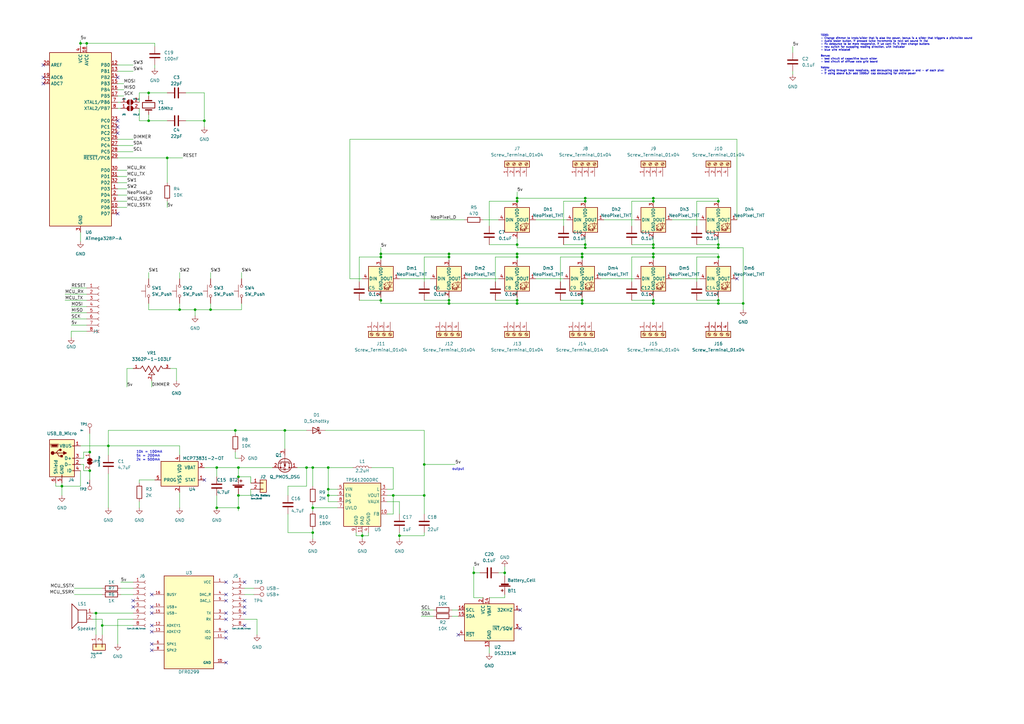
<source format=kicad_sch>
(kicad_sch (version 20250114) (generator "eeschema") (generator_version "9.0")
  (paper "A3")
  (title_block (title "JoeyFrank - Clock Circuit Template") (date "2022-12-23") (rev "4") (company "DCR"))
  (text "10k = 100mA\n5k = 200mA\n2k = 500mA" (at 55.88 189.23 0) (effects (font (size 1 1)) (justify left bottom)))
  (text "TODO: \n- Change dimmer to knob/slider that is also the power, bonus is a slider that triggers a pitchslide sound\n- Audio tester button, if pressed twice increments to next set sound in list\n- fix debounce to be more responsive, if we cant fix it then change buttons\n- new switch for swapping reading direction, with indicator \n- blue wire mistake!\n\nBonus: \n- test circuit of capacitive touch slider\n- test circuit of diffuse colo grid board\n\nNotes:\n- if using through hole neopixels, add decoupling cap between + and - of each pixel\n- if using above 6.3v add 1000uF cap decoupling for entire power" (at 336.55 30.734 0) (effects (font (size 0.75 0.75)) (justify left bottom)))
  (text "output" (at 185.42 193.04 0) (effects (font (size 1 1)) (justify left bottom)))
  (junction (at 33.02 17.78))
  (junction (at 128.27 218.44))
  (junction (at 304.8 124.46))
  (junction (at 184.15 105.41))
  (junction (at 184.15 124.46))
  (junction (at 39.37 251.46))
  (junction (at 41.91 256.54))
  (junction (at 134.62 191.77))
  (junction (at 156.21 104.14))
  (junction (at 156.21 123.19))
  (junction (at 88.9 191.77))
  (junction (at 97.79 208.28))
  (junction (at 25.4 199.39))
  (junction (at 267.97 82.55))
  (junction (at 267.97 123.19))
  (junction (at 240.03 100.33))
  (junction (at 36.83 193.04))
  (junction (at 212.09 81.28))
  (junction (at 194.31 234.95))
  (junction (at 238.76 105.41))
  (junction (at 86.36 127))
  (junction (at 128.27 191.77))
  (junction (at 212.09 82.55))
  (junction (at 267.97 104.14))
  (junction (at 212.09 124.46))
  (junction (at 207.01 234.95))
  (junction (at 88.9 208.28))
  (junction (at 134.62 203.2))
  (junction (at 73.66 127))
  (junction (at 97.79 191.77))
  (junction (at 125.73 191.77))
  (junction (at 240.03 81.28))
  (junction (at 68.58 64.77))
  (junction (at 128.27 208.28))
  (junction (at 240.03 82.55))
  (junction (at 148.59 219.71))
  (junction (at 294.64 101.6))
  (junction (at 36.83 185.42))
  (junction (at 83.82 49.53))
  (junction (at 238.76 124.46))
  (junction (at 294.64 124.46))
  (junction (at 97.79 203.2))
  (junction (at 212.09 105.41))
  (junction (at 173.99 190.5))
  (junction (at 238.76 104.14))
  (junction (at 184.15 104.14))
  (junction (at 97.79 195.58))
  (junction (at 134.62 200.66))
  (junction (at 116.84 176.53))
  (junction (at 294.64 82.55))
  (junction (at 294.64 105.41))
  (junction (at 212.09 104.14))
  (junction (at 96.52 176.53))
  (junction (at 44.45 182.88))
  (junction (at 161.29 203.2))
  (junction (at 60.96 49.53))
  (junction (at 163.83 219.71))
  (junction (at 267.97 81.28))
  (junction (at 173.99 203.2))
  (junction (at 267.97 101.6))
  (junction (at 238.76 123.19))
  (junction (at 80.01 127))
  (junction (at 212.09 123.19))
  (junction (at 35.56 17.78))
  (junction (at 267.97 124.46))
  (junction (at 294.64 100.33))
  (junction (at 267.97 100.33))
  (junction (at 184.15 123.19))
  (junction (at 212.09 100.33))
  (junction (at 60.96 38.1))
  (junction (at 267.97 105.41))
  (junction (at 240.03 101.6))
  (junction (at 156.21 105.41))
  (junction (at 294.64 123.19))
  (no_connect (at 54.61 248.92))
  (no_connect (at 187.96 260.35))
  (no_connect (at 62.23 264.16))
  (no_connect (at 62.23 266.7))
  (no_connect (at 54.61 246.38))
  (no_connect (at 92.71 246.38))
  (no_connect (at 92.71 261.62))
  (no_connect (at 48.26 49.53))
  (no_connect (at 17.78 31.75))
  (no_connect (at 302.26 114.3))
  (no_connect (at 48.26 87.63))
  (no_connect (at 62.23 251.46))
  (no_connect (at 62.23 256.54))
  (no_connect (at 48.26 52.07))
  (no_connect (at 62.23 248.92))
  (no_connect (at 48.26 54.61))
  (no_connect (at 62.23 259.08))
  (no_connect (at 100.33 246.38))
  (no_connect (at 100.33 238.76))
  (no_connect (at 92.71 271.78))
  (no_connect (at 213.36 250.19))
  (no_connect (at 83.82 196.85))
  (no_connect (at 17.78 34.29))
  (no_connect (at 100.33 248.92))
  (no_connect (at 92.71 238.76))
  (no_connect (at 62.23 243.84))
  (no_connect (at 213.36 257.81))
  (no_connect (at 100.33 256.54))
  (no_connect (at 92.71 251.46))
  (no_connect (at 92.71 254))
  (no_connect (at 48.26 31.75))
  (no_connect (at 100.33 251.46))
  (no_connect (at 17.78 26.67))
  (no_connect (at 92.71 259.08))
  (no_connect (at 92.71 243.84))
  (wire (pts (xy 152.4 191.77) (xy 161.29 191.77)))
  (wire (pts (xy 128.27 207.01) (xy 128.27 208.28)))
  (wire (pts (xy 105.41 254) (xy 105.41 260.35)))
  (wire (pts (xy 60.96 49.53) (xy 60.96 46.99)))
  (wire (pts (xy 161.29 203.2) (xy 173.99 203.2)))
  (wire (pts (xy 302.26 57.15) (xy 143.51 57.15)))
  (wire (pts (xy 191.77 114.3) (xy 204.47 114.3)))
  (wire (pts (xy 212.09 97.79) (xy 212.09 100.33)))
  (wire (pts (xy 48.26 85.09) (xy 52.07 85.09)))
  (wire (pts (xy 148.59 219.71) (xy 148.59 220.98)))
  (wire (pts (xy 247.65 90.17) (xy 260.35 90.17)))
  (wire (pts (xy 48.26 77.47) (xy 52.07 77.47)))
  (wire (pts (xy 118.11 203.2) (xy 118.11 199.39)))
  (wire (pts (xy 198.12 90.17) (xy 204.47 90.17)))
  (wire (pts (xy 73.66 127) (xy 80.01 127)))
  (wire (pts (xy 294.64 100.33) (xy 294.64 101.6)))
  (wire (pts (xy 173.99 123.19) (xy 184.15 123.19)))
  (wire (pts (xy 48.26 80.01) (xy 52.07 80.01)))
  (wire (pts (xy 73.66 201.93) (xy 73.66 208.28)))
  (wire (pts (xy 34.29 187.96) (xy 34.29 185.42)))
  (wire (pts (xy 138.43 205.74) (xy 134.62 205.74)))
  (wire (pts (xy 267.97 97.79) (xy 267.97 100.33)))
  (wire (pts (xy 184.15 104.14) (xy 212.09 104.14)))
  (wire (pts (xy 29.21 130.81) (xy 35.56 130.81)))
  (wire (pts (xy 238.76 124.46) (xy 267.97 124.46)))
  (wire (pts (xy 54.61 238.76) (xy 49.53 238.76)))
  (wire (pts (xy 229.87 105.41) (xy 238.76 105.41)))
  (wire (pts (xy 204.47 234.95) (xy 207.01 234.95)))
  (wire (pts (xy 97.79 191.77) (xy 111.76 191.77)))
  (wire (pts (xy 60.96 111.76) (xy 60.96 114.3)))
  (wire (pts (xy 285.75 115.57) (xy 285.75 105.41)))
  (wire (pts (xy 231.14 100.33) (xy 240.03 100.33)))
  (wire (pts (xy 173.99 218.44) (xy 173.99 219.71)))
  (wire (pts (xy 267.97 121.92) (xy 267.97 123.19)))
  (wire (pts (xy 151.13 218.44) (xy 151.13 219.71)))
  (wire (pts (xy 259.08 92.71) (xy 259.08 82.55)))
  (wire (pts (xy 285.75 100.33) (xy 294.64 100.33)))
  (wire (pts (xy 25.4 198.12) (xy 25.4 199.39)))
  (wire (pts (xy 63.5 26.67) (xy 63.5 27.94)))
  (wire (pts (xy 325.12 19.05) (xy 325.12 21.59)))
  (wire (pts (xy 259.08 100.33) (xy 267.97 100.33)))
  (wire (pts (xy 147.32 105.41) (xy 156.21 105.41)))
  (wire (pts (xy 48.26 62.23) (xy 54.61 62.23)))
  (wire (pts (xy 33.02 187.96) (xy 34.29 187.96)))
  (wire (pts (xy 173.99 105.41) (xy 184.15 105.41)))
  (wire (pts (xy 173.99 115.57) (xy 173.99 105.41)))
  (wire (pts (xy 212.09 78.74) (xy 212.09 81.28)))
  (wire (pts (xy 275.59 114.3) (xy 287.02 114.3)))
  (wire (pts (xy 212.09 81.28) (xy 212.09 82.55)))
  (wire (pts (xy 200.66 92.71) (xy 200.66 82.55)))
  (wire (pts (xy 41.91 256.54) (xy 41.91 260.35)))
  (wire (pts (xy 73.66 182.88) (xy 73.66 186.69)))
  (wire (pts (xy 57.15 49.53) (xy 60.96 49.53)))
  (wire (pts (xy 73.66 111.76) (xy 73.66 114.3)))
  (wire (pts (xy 29.21 125.73) (xy 35.56 125.73)))
  (wire (pts (xy 161.29 200.66) (xy 158.75 200.66)))
  (wire (pts (xy 240.03 97.79) (xy 240.03 100.33)))
  (wire (pts (xy 25.4 199.39) (xy 25.4 203.2)))
  (wire (pts (xy 163.83 114.3) (xy 176.53 114.3)))
  (wire (pts (xy 207.01 232.41) (xy 207.01 234.95)))
  (wire (pts (xy 275.59 90.17) (xy 287.02 90.17)))
  (wire (pts (xy 33.02 17.78) (xy 35.56 17.78)))
  (wire (pts (xy 203.2 123.19) (xy 212.09 123.19)))
  (wire (pts (xy 161.29 210.82) (xy 161.29 203.2)))
  (wire (pts (xy 294.64 106.68) (xy 294.64 105.41)))
  (wire (pts (xy 52.07 151.13) (xy 52.07 158.75)))
  (wire (pts (xy 156.21 104.14) (xy 156.21 105.41)))
  (wire (pts (xy 134.62 191.77) (xy 144.78 191.77)))
  (wire (pts (xy 238.76 106.68) (xy 238.76 105.41)))
  (wire (pts (xy 83.82 191.77) (xy 88.9 191.77)))
  (wire (pts (xy 33.02 193.04) (xy 33.02 199.39)))
  (wire (pts (xy 240.03 82.55) (xy 240.03 81.28)))
  (wire (pts (xy 294.64 124.46) (xy 304.8 124.46)))
  (wire (pts (xy 60.96 124.46) (xy 60.96 127)))
  (wire (pts (xy 54.61 241.3) (xy 49.53 241.3)))
  (wire (pts (xy 99.06 124.46) (xy 99.06 127)))
  (wire (pts (xy 102.87 200.66) (xy 102.87 203.2)))
  (wire (pts (xy 194.31 234.95) (xy 196.85 234.95)))
  (wire (pts (xy 294.64 123.19) (xy 294.64 124.46)))
  (wire (pts (xy 267.97 101.6) (xy 294.64 101.6)))
  (wire (pts (xy 116.84 176.53) (xy 125.73 176.53)))
  (wire (pts (xy 33.02 16.51) (xy 33.02 17.78)))
  (wire (pts (xy 48.26 69.85) (xy 52.07 69.85)))
  (wire (pts (xy 30.48 241.3) (xy 41.91 241.3)))
  (wire (pts (xy 173.99 190.5) (xy 173.99 203.2)))
  (wire (pts (xy 54.61 254) (xy 48.26 254)))
  (wire (pts (xy 238.76 105.41) (xy 238.76 104.14)))
  (wire (pts (xy 36.83 193.04) (xy 34.29 193.04)))
  (wire (pts (xy 48.26 74.93) (xy 52.07 74.93)))
  (wire (pts (xy 88.9 203.2) (xy 88.9 208.28)))
  (wire (pts (xy 128.27 208.28) (xy 138.43 208.28)))
  (wire (pts (xy 80.01 127) (xy 86.36 127)))
  (wire (pts (xy 219.71 114.3) (xy 231.14 114.3)))
  (wire (pts (xy 156.21 124.46) (xy 184.15 124.46)))
  (wire (pts (xy 48.26 72.39) (xy 52.07 72.39)))
  (wire (pts (xy 200.66 100.33) (xy 212.09 100.33)))
  (wire (pts (xy 238.76 104.14) (xy 267.97 104.14)))
  (wire (pts (xy 121.92 191.77) (xy 125.73 191.77)))
  (wire (pts (xy 96.52 187.96) (xy 96.52 185.42)))
  (wire (pts (xy 33.02 182.88) (xy 44.45 182.88)))
  (wire (pts (xy 48.26 41.91) (xy 49.53 41.91)))
  (wire (pts (xy 38.1 254) (xy 41.91 254)))
  (wire (pts (xy 97.79 208.28) (xy 88.9 208.28)))
  (wire (pts (xy 96.52 176.53) (xy 44.45 176.53)))
  (wire (pts (xy 33.02 95.25) (xy 33.02 99.06)))
  (wire (pts (xy 173.99 190.5) (xy 186.69 190.5)))
  (wire (pts (xy 184.15 106.68) (xy 184.15 105.41)))
  (wire (pts (xy 184.15 105.41) (xy 184.15 104.14)))
  (wire (pts (xy 39.37 251.46) (xy 39.37 260.35)))
  (wire (pts (xy 97.79 191.77) (xy 88.9 191.77)))
  (wire (pts (xy 267.97 124.46) (xy 294.64 124.46)))
  (wire (pts (xy 41.91 256.54) (xy 54.61 256.54)))
  (wire (pts (xy 39.37 251.46) (xy 54.61 251.46)))
  (wire (pts (xy 41.91 254) (xy 41.91 256.54)))
  (wire (pts (xy 212.09 100.33) (xy 212.09 101.6)))
  (wire (pts (xy 54.61 243.84) (xy 49.53 243.84)))
  (wire (pts (xy 128.27 218.44) (xy 128.27 220.98)))
  (wire (pts (xy 143.51 114.3) (xy 148.59 114.3)))
  (wire (pts (xy 60.96 38.1) (xy 68.58 38.1)))
  (wire (pts (xy 83.82 38.1) (xy 83.82 49.53)))
  (wire (pts (xy 134.62 205.74) (xy 134.62 203.2)))
  (wire (pts (xy 156.21 121.92) (xy 156.21 123.19)))
  (wire (pts (xy 229.87 115.57) (xy 229.87 105.41)))
  (wire (pts (xy 128.27 191.77) (xy 128.27 199.39)))
  (wire (pts (xy 267.97 105.41) (xy 267.97 104.14)))
  (wire (pts (xy 97.79 191.77) (xy 97.79 195.58)))
  (wire (pts (xy 294.64 105.41) (xy 294.64 104.14)))
  (wire (pts (xy 128.27 217.17) (xy 128.27 218.44)))
  (wire (pts (xy 57.15 196.85) (xy 57.15 198.12)))
  (wire (pts (xy 325.12 29.21) (xy 325.12 30.48)))
  (wire (pts (xy 212.09 121.92) (xy 212.09 123.19)))
  (wire (pts (xy 34.29 190.5) (xy 33.02 190.5)))
  (wire (pts (xy 96.52 176.53) (xy 96.52 177.8)))
  (wire (pts (xy 35.56 17.78) (xy 63.5 17.78)))
  (wire (pts (xy 73.66 124.46) (xy 73.66 127)))
  (wire (pts (xy 203.2 105.41) (xy 212.09 105.41)))
  (wire (pts (xy 172.72 250.19) (xy 177.8 250.19)))
  (wire (pts (xy 72.39 151.13) (xy 72.39 156.21)))
  (wire (pts (xy 143.51 57.15) (xy 143.51 114.3)))
  (wire (pts (xy 212.09 123.19) (xy 212.09 124.46)))
  (wire (pts (xy 185.42 252.73) (xy 187.96 252.73)))
  (wire (pts (xy 48.26 44.45) (xy 49.53 44.45)))
  (wire (pts (xy 48.26 36.83) (xy 50.8 36.83)))
  (wire (pts (xy 163.83 219.71) (xy 163.83 220.98)))
  (wire (pts (xy 259.08 105.41) (xy 267.97 105.41)))
  (wire (pts (xy 134.62 203.2) (xy 138.43 203.2)))
  (wire (pts (xy 102.87 203.2) (xy 97.79 203.2)))
  (wire (pts (xy 259.08 82.55) (xy 267.97 82.55)))
  (wire (pts (xy 99.06 111.76) (xy 99.06 114.3)))
  (wire (pts (xy 267.97 123.19) (xy 267.97 124.46)))
  (wire (pts (xy 212.09 105.41) (xy 212.09 106.68)))
  (wire (pts (xy 200.66 82.55) (xy 212.09 82.55)))
  (wire (pts (xy 44.45 182.88) (xy 44.45 186.69)))
  (wire (pts (xy 83.82 49.53) (xy 83.82 52.07)))
  (wire (pts (xy 86.36 111.76) (xy 86.36 114.3)))
  (wire (pts (xy 35.56 19.05) (xy 35.56 17.78)))
  (wire (pts (xy 60.96 39.37) (xy 60.96 38.1)))
  (wire (pts (xy 116.84 184.15) (xy 116.84 176.53)))
  (wire (pts (xy 259.08 115.57) (xy 259.08 105.41)))
  (wire (pts (xy 184.15 123.19) (xy 184.15 124.46)))
  (wire (pts (xy 173.99 203.2) (xy 173.99 210.82)))
  (wire (pts (xy 33.02 17.78) (xy 33.02 19.05)))
  (wire (pts (xy 194.31 234.95) (xy 194.31 245.11)))
  (wire (pts (xy 57.15 41.91) (xy 57.15 38.1)))
  (wire (pts (xy 184.15 121.92) (xy 184.15 123.19)))
  (wire (pts (xy 240.03 101.6) (xy 267.97 101.6)))
  (wire (pts (xy 285.75 92.71) (xy 285.75 82.55)))
  (wire (pts (xy 128.27 191.77) (xy 134.62 191.77)))
  (wire (pts (xy 302.26 90.17) (xy 302.26 57.15)))
  (wire (pts (xy 48.26 82.55) (xy 52.07 82.55)))
  (wire (pts (xy 212.09 104.14) (xy 238.76 104.14)))
  (wire (pts (xy 267.97 81.28) (xy 240.03 81.28)))
  (wire (pts (xy 194.31 232.41) (xy 194.31 234.95)))
  (wire (pts (xy 34.29 193.04) (xy 34.29 190.5)))
  (wire (pts (xy 185.42 250.19) (xy 187.96 250.19)))
  (wire (pts (xy 267.97 100.33) (xy 267.97 101.6)))
  (wire (pts (xy 176.53 90.17) (xy 190.5 90.17)))
  (wire (pts (xy 60.96 49.53) (xy 68.58 49.53)))
  (wire (pts (xy 80.01 127) (xy 80.01 129.54)))
  (wire (pts (xy 44.45 194.31) (xy 44.45 208.28)))
  (wire (pts (xy 240.03 81.28) (xy 212.09 81.28)))
  (wire (pts (xy 163.83 218.44) (xy 163.83 219.71)))
  (wire (pts (xy 44.45 182.88) (xy 73.66 182.88)))
  (wire (pts (xy 156.21 101.6) (xy 156.21 104.14)))
  (wire (pts (xy 29.21 135.89) (xy 29.21 138.43)))
  (wire (pts (xy 125.73 199.39) (xy 125.73 191.77)))
  (wire (pts (xy 294.64 81.28) (xy 267.97 81.28)))
  (wire (pts (xy 240.03 100.33) (xy 240.03 101.6)))
  (wire (pts (xy 158.75 203.2) (xy 161.29 203.2)))
  (wire (pts (xy 134.62 203.2) (xy 134.62 200.66)))
  (wire (pts (xy 184.15 104.14) (xy 156.21 104.14)))
  (wire (pts (xy 36.83 177.8) (xy 36.83 185.42)))
  (wire (pts (xy 184.15 124.46) (xy 212.09 124.46)))
  (wire (pts (xy 285.75 82.55) (xy 294.64 82.55)))
  (wire (pts (xy 238.76 121.92) (xy 238.76 123.19)))
  (wire (pts (xy 212.09 104.14) (xy 212.09 105.41)))
  (wire (pts (xy 36.83 193.04) (xy 36.83 196.85)))
  (wire (pts (xy 48.26 254) (xy 48.26 264.16)))
  (wire (pts (xy 294.64 101.6) (xy 304.8 101.6)))
  (wire (pts (xy 57.15 205.74) (xy 57.15 208.28)))
  (wire (pts (xy 68.58 82.55) (xy 68.58 85.09)))
  (wire (pts (xy 97.79 208.28) (xy 97.79 209.55)))
  (wire (pts (xy 86.36 127) (xy 99.06 127)))
  (wire (pts (xy 69.85 151.13) (xy 72.39 151.13)))
  (wire (pts (xy 44.45 176.53) (xy 44.45 182.88)))
  (wire (pts (xy 48.26 64.77) (xy 68.58 64.77)))
  (wire (pts (xy 86.36 127) (xy 86.36 124.46)))
  (wire (pts (xy 304.8 101.6) (xy 304.8 124.46)))
  (wire (pts (xy 294.64 82.55) (xy 294.64 81.28)))
  (wire (pts (xy 200.66 265.43) (xy 200.66 267.97)))
  (wire (pts (xy 147.32 115.57) (xy 147.32 105.41)))
  (wire (pts (xy 29.21 128.27) (xy 35.56 128.27)))
  (wire (pts (xy 158.75 210.82) (xy 161.29 210.82)))
  (wire (pts (xy 163.83 210.82) (xy 163.83 205.74)))
  (wire (pts (xy 38.1 251.46) (xy 39.37 251.46)))
  (wire (pts (xy 146.05 219.71) (xy 146.05 218.44)))
  (wire (pts (xy 231.14 92.71) (xy 231.14 82.55)))
  (wire (pts (xy 57.15 38.1) (xy 60.96 38.1)))
  (wire (pts (xy 76.2 49.53) (xy 83.82 49.53)))
  (wire (pts (xy 102.87 198.12) (xy 102.87 195.58)))
  (wire (pts (xy 219.71 90.17) (xy 232.41 90.17)))
  (wire (pts (xy 48.26 29.21) (xy 54.61 29.21)))
  (wire (pts (xy 163.83 205.74) (xy 158.75 205.74)))
  (wire (pts (xy 35.56 135.89) (xy 29.21 135.89)))
  (wire (pts (xy 118.11 218.44) (xy 128.27 218.44)))
  (wire (pts (xy 229.87 123.19) (xy 238.76 123.19)))
  (wire (pts (xy 294.64 97.79) (xy 294.64 100.33)))
  (wire (pts (xy 118.11 199.39) (xy 125.73 199.39)))
  (wire (pts (xy 267.97 82.55) (xy 267.97 81.28)))
  (wire (pts (xy 48.26 59.69) (xy 54.61 59.69)))
  (wire (pts (xy 22.86 199.39) (xy 25.4 199.39)))
  (wire (pts (xy 231.14 82.55) (xy 240.03 82.55)))
  (wire (pts (xy 133.35 176.53) (xy 173.99 176.53)))
  (wire (pts (xy 26.67 120.65) (xy 35.56 120.65)))
  (wire (pts (xy 172.72 252.73) (xy 177.8 252.73)))
  (wire (pts (xy 285.75 123.19) (xy 294.64 123.19)))
  (wire (pts (xy 29.21 118.11) (xy 35.56 118.11)))
  (wire (pts (xy 30.48 243.84) (xy 41.91 243.84)))
  (wire (pts (xy 48.26 57.15) (xy 54.61 57.15)))
  (wire (pts (xy 97.79 187.96) (xy 96.52 187.96)))
  (wire (pts (xy 294.64 104.14) (xy 267.97 104.14)))
  (wire (pts (xy 238.76 123.19) (xy 238.76 124.46)))
  (wire (pts (xy 100.33 243.84) (xy 104.14 243.84)))
  (wire (pts (xy 212.09 101.6) (xy 240.03 101.6)))
  (wire (pts (xy 118.11 210.82) (xy 118.11 218.44)))
  (wire (pts (xy 156.21 105.41) (xy 156.21 106.68)))
  (wire (pts (xy 97.79 203.2) (xy 97.79 208.28)))
  (wire (pts (xy 125.73 191.77) (xy 128.27 191.77)))
  (wire (pts (xy 294.64 121.92) (xy 294.64 123.19)))
  (wire (pts (xy 134.62 200.66) (xy 134.62 191.77)))
  (wire (pts (xy 33.02 199.39) (xy 25.4 199.39)))
  (wire (pts (xy 134.62 200.66) (xy 138.43 200.66)))
  (wire (pts (xy 147.32 123.19) (xy 156.21 123.19)))
  (wire (pts (xy 62.23 156.21) (xy 62.23 158.75)))
  (wire (pts (xy 48.26 26.67) (xy 54.61 26.67)))
  (wire (pts (xy 207.01 243.84) (xy 207.01 245.11)))
  (wire (pts (xy 161.29 191.77) (xy 161.29 200.66)))
  (wire (pts (xy 26.67 123.19) (xy 35.56 123.19)))
  (wire (pts (xy 102.87 195.58) (xy 97.79 195.58)))
  (wire (pts (xy 259.08 123.19) (xy 267.97 123.19)))
  (wire (pts (xy 246.38 114.3) (xy 260.35 114.3)))
  (wire (pts (xy 63.5 196.85) (xy 57.15 196.85)))
  (wire (pts (xy 100.33 254) (xy 105.41 254)))
  (wire (pts (xy 285.75 105.41) (xy 294.64 105.41)))
  (wire (pts (xy 173.99 219.71) (xy 163.83 219.71)))
  (wire (pts (xy 203.2 115.57) (xy 203.2 105.41)))
  (wire (pts (xy 57.15 44.45) (xy 57.15 49.53)))
  (wire (pts (xy 148.59 219.71) (xy 146.05 219.71)))
  (wire (pts (xy 207.01 234.95) (xy 207.01 236.22)))
  (wire (pts (xy 88.9 191.77) (xy 88.9 195.58)))
  (wire (pts (xy 304.8 124.46) (xy 304.8 127)))
  (wire (pts (xy 68.58 64.77) (xy 68.58 74.93)))
  (wire (pts (xy 151.13 219.71) (xy 148.59 219.71)))
  (wire (pts (xy 29.21 133.35) (xy 35.56 133.35)))
  (wire (pts (xy 48.26 34.29) (xy 50.8 34.29)))
  (wire (pts (xy 156.21 123.19) (xy 156.21 124.46)))
  (wire (pts (xy 148.59 218.44) (xy 148.59 219.71)))
  (wire (pts (xy 54.61 151.13) (xy 52.07 151.13)))
  (wire (pts (xy 60.96 127) (xy 73.66 127)))
  (wire (pts (xy 173.99 176.53) (xy 173.99 190.5)))
  (wire (pts (xy 207.01 245.11) (xy 200.66 245.11)))
  (wire (pts (xy 63.5 17.78) (xy 63.5 19.05)))
  (wire (pts (xy 198.12 245.11) (xy 194.31 245.11)))
  (wire (pts (xy 267.97 106.68) (xy 267.97 105.41)))
  (wire (pts (xy 212.09 124.46) (xy 238.76 124.46)))
  (wire (pts (xy 116.84 176.53) (xy 96.52 176.53)))
  (wire (pts (xy 100.33 241.3) (xy 104.14 241.3)))
  (wire (pts (xy 68.58 64.77) (xy 74.93 64.77)))
  (wire (pts (xy 76.2 38.1) (xy 83.82 38.1)))
  (wire (pts (xy 22.86 198.12) (xy 22.86 199.39)))
  (wire (pts (xy 128.27 208.28) (xy 128.27 209.55)))
  (wire (pts (xy 34.29 185.42) (xy 36.83 185.42)))
  (wire (pts (xy 48.26 39.37) (xy 50.8 39.37)))
  (label "MCU_SSRX" (at 30.48 243.84 180))
  (label "SW4" (at 54.61 29.21 0))
  (label "MISO" (at 29.21 128.27 0))
  (label "SDA" (at 172.72 252.73 0))
  (label "RESET" (at 29.21 118.11 0))
  (label "MISO" (at 50.8 36.83 0))
  (label "MCU_SSTX" (at 30.48 241.3 180))
  (label "SW2" (at 52.07 77.47 0))
  (label "SCK" (at 29.21 130.81 0))
  (label "SW4" (at 99.06 111.76 0))
  (label "SW3" (at 54.61 26.67 0))
  (label "SCL" (at 54.61 62.23 0))
  (label "MCU_SSTX" (at 52.07 85.09 0))
  (label "5v" (at 33.02 16.51 0))
  (label "MOSI" (at 29.21 125.73 0))
  (label "5v" (at 194.31 232.41 0))
  (label "SW3" (at 86.36 111.76 0))
  (label "MOSI" (at 50.8 34.29 0))
  (label "5v" (at 156.21 101.6 0))
  (label "5v" (at 52.07 158.75 0))
  (label "5v" (at 212.09 78.74 0))
  (label "DIMMER" (at 54.61 57.15 0))
  (label "MCU_TX" (at 52.07 72.39 0))
  (label "RESET" (at 74.93 64.77 0))
  (label "MCU_RX" (at 52.07 69.85 0))
  (label "NeoPixel_D" (at 176.53 90.17 0))
  (label "NeoPixel_D" (at 52.07 80.01 0))
  (label "MCU_TX" (at 26.67 123.19 0))
  (label "5v" (at 325.12 19.05 0))
  (label "SCL" (at 172.72 250.19 0))
  (label "SW2" (at 73.66 111.76 0))
  (label "MCU_SSRX" (at 52.07 82.55 0))
  (label "5v" (at 68.58 85.09 0))
  (label "5v" (at 49.53 238.76 0))
  (label "SW1" (at 60.96 111.76 0))
  (label "5v" (at 186.69 190.5 0))
  (label "SDA" (at 54.61 59.69 0))
  (label "MCU_RX" (at 26.67 120.65 0))
  (label "SCK" (at 50.8 39.37 0))
  (label "DIMMER" (at 62.23 158.75 0))
  (label "SW1" (at 52.07 74.93 0))
  (label "5v" (at 29.21 133.35 0))
  (symbol (lib_id "Switch:SW_Push") (at 86.36 119.38 90) (unit 1)
    (property "Reference" "SW3" (at 87.63 118.1099 90) (effects (justify right)))
    (property "Value" "SW_Push" (at 87.63 120.6499 90) (effects (justify right)))
    (property "Footprint" "Button_Switch_THT:SW_PUSH_6mm_H5mm" (effects (hide yes)))
  )
  (symbol (lib_id "Connector:Screw_Terminal_01x04") (at 237.49 137.16 90) (mirror x) (unit 1)
    (property "Reference" "J14" (at 238.76 140.97 90))
    (property "Value" "Screw_Terminal_01x04" (at 238.76 143.51 90))
    (property "Description" "Generic screw terminal, single row, 01x04, script generated (kicad-library-utils/schlib/autogen/connector/)" (effects (hide yes)))
  )
  (symbol (lib_id "Connector_Generic:Conn_01x02") (at 39.37 265.43 90) (mirror x) (unit 1)
    (property "Reference" "J3" (at 39.37 269.24 90) (effects (justify left)))
    (property "Value" "Conn_01x02" (at 41.91 267.97 90) (effects (font (size 0.5 0.5)) (justify left)))
    (property "Footprint" "TestPoint:TestPoint_2Pads_Pitch2.54mm_Drill0.8mm" (effects (hide yes)))
  )
  (symbol (lib_id "Connector:TestPoint") (at 36.83 177.8 0) (unit 1)
    (property "Reference" "TP1" (at 33.02 173.99 0) (effects (font (size 1 1)) (justify left)))
    (property "Value" "D+" (at 33.02 176.53 0) (effects (font (size 0.5 0.5)) (justify left)))
    (property "Footprint" "TestPoint:TestPoint_THTPad_2.5x2.5mm_Drill1.2mm" (effects (hide yes)))
  )
  (symbol (lib_id "Connector:Screw_Terminal_01x04") (at 266.7 67.31 90) (unit 1)
    (property "Reference" "J9" (at 267.97 60.96 90))
    (property "Value" "Screw_Terminal_01x04" (at 267.97 63.5 90))
    (property "Description" "Generic screw terminal, single row, 01x04, script generated (kicad-library-utils/schlib/autogen/connector/)" (effects (hide yes)))
  )
  (symbol (lib_id "Device:R") (at 128.27 203.2 0) (unit 1)
    (property "Reference" "R9" (at 130.81 201.9299 0) (effects (justify left)))
    (property "Value" "2M" (at 130.81 204.4699 0) (effects (justify left)))
    (property "Footprint" "Resistor_SMD:R_0805_2012Metric" (effects (hide yes)))
  )
  (symbol (lib_id "Connector:USB_B_Micro") (at 25.4 187.96 0) (unit 1)
    (property "Reference" "J4" (at 29.21 196.85 0))
    (property "Value" "USB_B_Micro" (at 25.4 177.8 0))
    (property "Footprint" "Connector_USB:USB_Micro-B_Molex-105017-0001" (effects (hide yes)))
  )
  (symbol (lib_id "Battery_Management:MCP73831-2-OT") (at 73.66 194.31 0) (unit 1)
    (property "Reference" "U4" (at 77.47 200.66 0) (effects (justify left)))
    (property "Value" "MCP73831-2-OT" (at 74.93 187.96 0) (effects (justify left)))
    (property "Footprint" "Package_TO_SOT_SMD:SOT-23-5" (effects (hide yes)))
    (property "Datasheet" "http://ww1.microchip.com/downloads/en/DeviceDoc/20001984g.pdf" (effects (hide yes)))
  )
  (symbol (lib_id "Device:C") (at 285.75 119.38 0) (unit 1)
    (property "Reference" "C14" (at 289.56 118.1099 0) (effects (justify left)))
    (property "Value" "0.1uF" (at 289.56 120.6499 0) (effects (justify left)))
    (property "Footprint" "Capacitor_SMD:C_0805_2012Metric" (effects (hide yes)))
  )
  (symbol (lib_id "3362P:3362P-1-103LF") (at 62.23 151.13 0) (unit 1)
    (property "Reference" "VR1" (at 62.23 144.78 0))
    (property "Value" "3362P-1-103LF" (at 62.23 147.32 0))
    (property "Footprint" "_Parts:TRIM_3362P-1-103LF" (effects (hide yes)))
    (property "MF" "Bourns" (effects (hide yes)))
    (property "DESCRIPTION" "10 kOhms 0.5W, 1/2W PC Pins Through Hole Trimmer Potentiometer Cermet 1.0 Turn Top Adjustment" (effects (hide yes)))
    (property "PACKAGE" "3362P-1 Bourns Inc." (effects (hide yes)))
    (property "PRICE" "None" (effects (hide yes)))
    (property "Package" "3362P-1 Bourns Inc." (effects (hide yes)))
    (property "Check_prices" "https://www.snapeda.com/parts/3362P-1-103LF/Bourns/view-part/?ref=eda" (effects (hide yes)))
    (property "SnapEDA_Link" "https://www.snapeda.com/parts/3362P-1-103LF/Bourns/view-part/?ref=snap" (effects (hide yes)))
    (property "MP" "3362P-1-103LF" (effects (hide yes)))
    (property "RS_Components_70153603_Purchase_URL" "https://www.snapeda.com/api/url_track_click/https%253A//us.rs-online.com/product/bourns/3362p-1-103lf/70153603/%253Futm_source%253DSnapEDA%2526utm_medium%253Dpart_sourcing%2526utm_campaign%253Dpartsourcing_SnapEDA_IMP_EX_GR/?unipart_id=13764&manufacturer=Bourns&part_name=3362P-1-103LF&search_term=3362p-1-103" (effects (hide yes)))
    (property "Description" "\nTrimmer, Cermet, Rest 10 Kilohms, PCB, 1 Turns, Pwr-Rtg 0.5 W, Tol 10% | Bourns 3362P-1-103LF\n" (effects (hide yes)))
    (property "AVAILABILITY" "In Stock" (effects (hide yes)))
    (property "PURCHASE-URL" "https://pricing.snapeda.com/search/part/3362P-1-103LF/?ref=eda" (effects (hide yes)))
  )
  (symbol (lib_id "LED:NeoPixel_THT") (at 184.15 114.3 0) (unit 1)
    (property "Reference" "Dm2" (at 196.85 109.9693 0))
    (property "Value" "NeoPixel_THT" (at 196.85 112.5093 0))
    (property "Footprint" "LED_THT:LED_D5.0mm-4_RGB" (effects (hide yes)))
    (property "Datasheet" "https://www.adafruit.com/product/1938" (effects (hide yes)))
  )
  (symbol (lib_id "Device:R") (at 45.72 243.84 270) (mirror x) (unit 1)
    (property "Reference" "R6" (at 45.72 243.84 90))
    (property "Value" "1K" (at 45.72 246.38 90))
    (property "Footprint" "Resistor_SMD:R_0805_2012Metric" (effects (hide yes)))
  )
  (symbol (lib_id "power:GND") (at 97.79 187.96 90) (unit 1)
    (property "Reference" "#PWR016" (effects (hide yes)))
    (property "Value" "GND" (at 101.6 187.9599 90) (effects (justify right)))
  )
  (symbol (lib_id "Device:C") (at 285.75 96.52 0) (unit 1)
    (property "Reference" "C13" (at 289.56 95.2499 0) (effects (justify left)))
    (property "Value" "0.1uF" (at 289.56 97.7899 0) (effects (justify left)))
    (property "Footprint" "Capacitor_SMD:C_0805_2012Metric" (effects (hide yes)))
  )
  (symbol (lib_id "power:GND") (at 163.83 220.98 0) (unit 1)
    (property "Reference" "#PWR019" (effects (hide yes)))
    (property "Value" "GND" (at 163.83 226.06 0))
  )
  (symbol (lib_id "Switch:SW_Push") (at 73.66 119.38 90) (unit 1)
    (property "Reference" "SW2" (at 74.93 118.1099 90) (effects (justify right)))
    (property "Value" "SW_Push" (at 74.93 120.6499 90) (effects (justify right)))
    (property "Footprint" "Button_Switch_THT:SW_PUSH_6mm_H5mm" (effects (hide yes)))
  )
  (symbol (lib_id "Device:R") (at 181.61 250.19 90) (unit 1)
    (property "Reference" "R1" (at 181.61 245.11 90))
    (property "Value" "10K" (at 181.61 247.65 90))
    (property "Footprint" "Resistor_SMD:R_0805_2012Metric" (effects (hide yes)))
  )
  (symbol (lib_id "power:GND") (at 88.9 208.28 0) (unit 1)
    (property "Reference" "#PWR015" (effects (hide yes)))
    (property "Value" "GND" (at 88.9 213.36 0))
  )
  (symbol (lib_id "Device:C") (at 231.14 96.52 0) (unit 1)
    (property "Reference" "C10" (at 234.95 95.2499 0) (effects (justify left)))
    (property "Value" "0.1uF" (at 234.95 97.7899 0) (effects (justify left)))
    (property "Footprint" "Capacitor_SMD:C_0805_2012Metric" (effects (hide yes)))
  )
  (symbol (lib_id "LED:NeoPixel_THT") (at 156.21 114.3 0) (unit 1)
    (property "Reference" "Dm1" (at 168.91 109.9693 0))
    (property "Value" "NeoPixel_THT" (at 168.91 112.5093 0))
    (property "Footprint" "LED_THT:LED_D5.0mm-4_RGB" (effects (hide yes)))
    (property "Datasheet" "https://www.adafruit.com/product/1938" (effects (hide yes)))
  )
  (symbol (lib_id "LED:NeoPixel_THT") (at 267.97 90.17 0) (unit 1)
    (property "Reference" "Dh3" (at 280.67 85.8393 0))
    (property "Value" "NeoPixel_THT" (at 280.67 88.3793 0))
    (property "Footprint" "LED_THT:LED_D5.0mm-4_RGB" (effects (hide yes)))
    (property "Datasheet" "https://www.adafruit.com/product/1938" (effects (hide yes)))
  )
  (symbol (lib_id "Connector:Screw_Terminal_01x04") (at 266.7 137.16 90) (mirror x) (unit 1)
    (property "Reference" "J15" (at 267.97 140.97 90))
    (property "Value" "Screw_Terminal_01x04" (at 267.97 143.51 90))
    (property "Description" "Generic screw terminal, single row, 01x04, script generated (kicad-library-utils/schlib/autogen/connector/)" (effects (hide yes)))
  )
  (symbol (lib_id "Connector_Generic:Conn_01x02") (at 107.95 198.12 0) (unit 1)
    (property "Reference" "J2" (at 106.68 195.58 0) (effects (justify left)))
    (property "Value" "Conn_01x02" (at 102.87 204.47 0) (effects (font (size 0.5 0.5)) (justify left)))
    (property "Footprint" "Connector_JST:JST_PH_S2B-PH-K_1x02_P2.00mm_Horizontal" (effects (hide yes)))
  )
  (symbol (lib_id "Device:C") (at 200.66 96.52 0) (unit 1)
    (property "Reference" "C7" (at 204.47 95.2499 0) (effects (justify left)))
    (property "Value" "0.1uF" (at 204.47 97.7899 0) (effects (justify left)))
    (property "Footprint" "Capacitor_SMD:C_0805_2012Metric" (effects (hide yes)))
  )
  (symbol (lib_id "Connector:Conn_01x08_Female") (at 59.69 246.38 0) (unit 1)
    (property "Reference" "J6" (at 57.15 236.22 0) (effects (justify left)))
    (property "Value" "Conn_01x08_Female" (at 52.07 257.81 0) (effects (font (size 0.5 0.5)) (justify left)))
    (property "Footprint" "Connector_PinHeader_2.54mm:PinHeader_1x08_P2.54mm_Vertical" (effects (hide yes)))
  )
  (symbol (lib_id "Device:R") (at 45.72 241.3 270) (mirror x) (unit 1)
    (property "Reference" "R7" (at 45.72 241.3 90))
    (property "Value" "1K" (at 45.72 238.76 90))
    (property "Footprint" "Resistor_SMD:R_0805_2012Metric" (effects (hide yes)))
  )
  (symbol (lib_id "Jumper:SolderJumper_2_Bridged") (at 36.83 189.23 270) (unit 1)
    (property "Reference" "JP1" (at 39.37 189.23 90) (effects (font (size 1 1))))
    (property "Value" "Data_Bridge" (at 40.64 189.23 0) (effects (font (size 0.5 0.5))))
    (property "Footprint" "Jumper:SolderJumper-2_P1.3mm_Bridged_Pad1.0x1.5mm" (effects (hide yes)))
  )
  (symbol (lib_id "Switch:SW_Push") (at 60.96 119.38 90) (unit 1)
    (property "Reference" "SW1" (at 62.23 118.1099 90) (effects (justify right)))
    (property "Value" "SW_Push" (at 62.23 120.6499 90) (effects (justify right)))
    (property "Footprint" "Button_Switch_THT:SW_PUSH_6mm_H5mm" (effects (hide yes)))
  )
  (symbol (lib_id "Device:C") (at 325.12 25.4 0) (unit 1)
    (property "Reference" "C2" (at 328.93 24.1299 0) (effects (justify left)))
    (property "Value" "0.1uF" (at 328.93 26.6699 0) (effects (justify left)))
    (property "Footprint" "Capacitor_SMD:C_0805_2012Metric" (effects (hide yes)))
  )
  (symbol (lib_id "power:GND") (at 25.4 203.2 0) (unit 1)
    (property "Reference" "#PWR012" (effects (hide yes)))
    (property "Value" "GND" (at 25.4 208.28 0))
  )
  (symbol (lib_id "Connector:Screw_Terminal_01x04") (at 293.37 137.16 90) (mirror x) (unit 1)
    (property "Reference" "J16" (at 294.64 140.97 90))
    (property "Value" "Screw_Terminal_01x04" (at 294.64 143.51 90))
    (property "Description" "Generic screw terminal, single row, 01x04, script generated (kicad-library-utils/schlib/autogen/connector/)" (effects (hide yes)))
  )
  (symbol (lib_id "Connector:Screw_Terminal_01x04") (at 238.76 67.31 90) (unit 1)
    (property "Reference" "J8" (at 240.03 60.96 90))
    (property "Value" "Screw_Terminal_01x04" (at 240.03 63.5 90))
    (property "Description" "Generic screw terminal, single row, 01x04, script generated (kicad-library-utils/schlib/autogen/connector/)" (effects (hide yes)))
  )
  (symbol (lib_id "Connector:Screw_Terminal_01x04") (at 293.37 67.31 90) (unit 1)
    (property "Reference" "J10" (at 294.64 60.96 90))
    (property "Value" "Screw_Terminal_01x04" (at 294.64 63.5 90))
    (property "Description" "Generic screw terminal, single row, 01x04, script generated (kicad-library-utils/schlib/autogen/connector/)" (effects (hide yes)))
  )
  (symbol (lib_id "Device:R") (at 181.61 252.73 90) (unit 1)
    (property "Reference" "R2" (at 181.61 255.27 90))
    (property "Value" "10K" (at 181.61 257.81 90))
    (property "Footprint" "Resistor_SMD:R_0805_2012Metric" (effects (hide yes)))
  )
  (symbol (lib_id "Device:C") (at 203.2 119.38 0) (unit 1)
    (property "Reference" "C8" (at 207.01 118.1099 0) (effects (justify left)))
    (property "Value" "0.1uF" (at 207.01 120.6499 0) (effects (justify left)))
    (property "Footprint" "Capacitor_SMD:C_0805_2012Metric" (effects (hide yes)))
  )
  (symbol (lib_id "Connector:Conn_01x08_Female") (at 95.25 246.38 0) (mirror y) (unit 1)
    (property "Reference" "J5" (at 97.79 236.22 0) (effects (justify left)))
    (property "Value" "Conn_01x08_Female" (at 102.87 257.81 0) (effects (font (size 0.5 0.5)) (justify left)))
    (property "Footprint" "Connector_PinHeader_2.54mm:PinHeader_1x08_P2.54mm_Vertical" (effects (hide yes)))
  )
  (symbol (lib_id "Device:C") (at 147.32 119.38 0) (unit 1)
    (property "Reference" "C5" (at 151.13 118.1099 0) (effects (justify left)))
    (property "Value" "0.1uF" (at 151.13 120.6499 0) (effects (justify left)))
    (property "Footprint" "Capacitor_SMD:C_0805_2012Metric" (effects (hide yes)))
  )
  (symbol (lib_id "Connector:Screw_Terminal_01x04") (at 182.88 137.16 90) (mirror x) (unit 1)
    (property "Reference" "J12" (at 184.15 140.97 90))
    (property "Value" "Screw_Terminal_01x04" (at 184.15 143.51 90))
    (property "Description" "Generic screw terminal, single row, 01x04, script generated (kicad-library-utils/schlib/autogen/connector/)" (effects (hide yes)))
  )
  (symbol (lib_id "power:GND") (at 29.21 138.43 0) (unit 1)
    (property "Reference" "#PWR05" (effects (hide yes)))
    (property "Value" "GND" (at 29.21 142.24 0))
  )
  (symbol (lib_id "Device:L") (at 148.59 191.77 90) (unit 1)
    (property "Reference" "L1" (at 148.59 189.23 90))
    (property "Value" "2.2uH" (at 148.59 193.04 90))
    (property "Footprint" "Inductor_SMD:L_0603_1608Metric" (effects (hide yes)))
  )
  (symbol (lib_id "power:GND") (at 304.8 127 0) (unit 1)
    (property "Reference" "#PWR011" (effects (hide yes)))
    (property "Value" "GND" (at 304.8 132.08 0))
  )
  (symbol (lib_id "MCU_Microchip_ATmega:ATmega328P-A") (at 33.02 57.15 0) (unit 1)
    (property "Reference" "U6" (at 35.0394 95.25 0) (effects (justify left)))
    (property "Value" "ATmega328P-A" (at 35.0394 97.79 0) (effects (justify left)))
    (property "Footprint" "Package_QFP:TQFP-32_7x7mm_P0.8mm" (effects (hide yes)))
    (property "Datasheet" "http://ww1.microchip.com/downloads/en/DeviceDoc/ATmega328_P%20AVR%20MCU%20with%20picoPower%20Technology%20Data%20Sheet%2040001984A.pdf" (effects (hide yes)))
  )
  (symbol (lib_id "Device:C") (at 229.87 119.38 0) (unit 1)
    (property "Reference" "C9" (at 233.68 118.1099 0) (effects (justify left)))
    (property "Value" "0.1uF" (at 233.68 120.6499 0) (effects (justify left)))
    (property "Footprint" "Capacitor_SMD:C_0805_2012Metric" (effects (hide yes)))
  )
  (symbol (lib_id "Connector:TestPoint") (at 36.83 196.85 180) (unit 1)
    (property "Reference" "TP2" (at 35.56 200.66 0) (effects (font (size 1 1)) (justify left)))
    (property "Value" "D-" (at 36.83 198.12 0) (effects (font (size 0.5 0.5)) (justify left)))
    (property "Footprint" "TestPoint:TestPoint_THTPad_2.5x2.5mm_Drill1.2mm" (effects (hide yes)))
  )
  (symbol (lib_id "Connector:TestPoint") (at 104.14 241.3 270) (unit 1)
    (property "Reference" "TP3" (at 104.14 238.76 90) (effects (justify left)))
    (property "Value" "USB-" (at 109.22 241.3 90) (effects (justify left)))
    (property "Footprint" "TestPoint:TestPoint_THTPad_2.5x2.5mm_Drill1.2mm" (effects (hide yes)))
  )
  (symbol (lib_id "DFR0299:DFR0299") (at 77.47 254 0) (unit 1) (on_board no)
    (property "Reference" "U3" (at 77.47 234.95 0))
    (property "Value" "DFR0299" (at 77.47 275.59 0))
    (property "Footprint" "Arduino_Nano:DFPlayer_V2" (effects (hide yes)))
    (property "MP" "DFR0299" (effects (hide yes)))
    (property "DESCRIPTION" "Dfplayer - a Mini Mp3 Player" (effects (hide yes)))
    (property "PACKAGE" "None" (effects (hide yes)))
    (property "PRICE" "None" (effects (hide yes)))
    (property "AVAILABILITY" "Unavailable" (effects (hide yes)))
    (property "MF" "DFRobot" (effects (hide yes)))
  )
  (symbol (lib_id "Device:C") (at 63.5 22.86 180) (unit 1)
    (property "Reference" "C19" (at 67.31 21.5899 0) (effects (justify right)))
    (property "Value" "100nF" (at 67.31 24.1299 0) (effects (justify right)))
    (property "Footprint" "Capacitor_SMD:C_0805_2012Metric" (effects (hide yes)))
  )
  (symbol (lib_id "LED:NeoPixel_THT") (at 212.09 90.17 0) (unit 1)
    (property "Reference" "Dh1" (at 224.79 85.8393 0))
    (property "Value" "NeoPixel_THT" (at 224.79 88.3793 0))
    (property "Footprint" "LED_THT:LED_D5.0mm-4_RGB" (effects (hide yes)))
    (property "Datasheet" "https://www.adafruit.com/product/1938" (effects (hide yes)))
  )
  (symbol (lib_id "Device:D_Schottky") (at 129.54 176.53 180) (unit 1)
    (property "Reference" "D1" (at 129.8575 170.18 0))
    (property "Value" "D_Schottky" (at 129.8575 172.72 0))
    (property "Footprint" "Diode_SMD:D_SMA" (effects (hide yes)))
  )
  (symbol (lib_id "LED:NeoPixel_THT") (at 294.64 90.17 0) (unit 1)
    (property "Reference" "Dh4" (at 307.34 85.8393 0))
    (property "Value" "NeoPixel_THT" (at 307.34 88.3793 0))
    (property "Footprint" "LED_THT:LED_D5.0mm-4_RGB" (effects (hide yes)))
    (property "Datasheet" "https://www.adafruit.com/product/1938" (effects (hide yes)))
  )
  (symbol (lib_id "Device:Speaker") (at 33.02 251.46 0) (mirror y) (unit 1) (on_board no)
    (property "Reference" "LS1" (at 35.56 247.65 0) (effects (justify left)))
    (property "Value" "Speaker" (at 39.37 257.81 0) (effects (justify left)))
  )
  (symbol (lib_id "power:GND") (at 207.01 232.41 180) (unit 1)
    (property "Reference" "#PWR04" (effects (hide yes)))
    (property "Value" "GND" (at 207.01 228.6 0))
  )
  (symbol (lib_id "Connector:Conn_01x08_Female") (at 40.64 125.73 0) (unit 1)
    (property "Reference" "J1" (at 38.1 135.89 0) (effects (justify left)))
    (property "Value" "Conn_01x08_Female" (effects (hide yes)))
    (property "Footprint" "Connector_PinHeader_2.54mm:PinHeader_1x08_P2.54mm_Vertical" (effects (hide yes)))
  )
  (symbol (lib_id "Device:R") (at 96.52 181.61 0) (unit 1)
    (property "Reference" "R8" (at 99.06 180.3399 0) (effects (justify left)))
    (property "Value" "10K" (at 99.06 182.8799 0) (effects (justify left)))
    (property "Footprint" "Resistor_SMD:R_0805_2012Metric" (effects (hide yes)))
  )
  (symbol (lib_id "LED:NeoPixel_THT") (at 267.97 114.3 0) (unit 1)
    (property "Reference" "Dm5" (at 280.67 109.9693 0))
    (property "Value" "NeoPixel_THT" (at 280.67 112.5093 0))
    (property "Footprint" "LED_THT:LED_D5.0mm-4_RGB" (effects (hide yes)))
    (property "Datasheet" "https://www.adafruit.com/product/1938" (effects (hide yes)))
  )
  (symbol (lib_id "Connector:TestPoint") (at 104.14 243.84 270) (unit 1)
    (property "Reference" "TP4" (at 104.14 246.38 90) (effects (justify left)))
    (property "Value" "USB+" (at 109.22 243.84 90) (effects (justify left)))
    (property "Footprint" "TestPoint:TestPoint_THTPad_2.5x2.5mm_Drill1.2mm" (effects (hide yes)))
  )
  (symbol (lib_id "Device:C") (at 72.39 38.1 90) (unit 1)
    (property "Reference" "C3" (at 72.39 31.75 90))
    (property "Value" "22pF" (at 72.39 34.29 90))
    (property "Footprint" "Capacitor_SMD:C_0805_2012Metric" (effects (hide yes)))
  )
  (symbol (lib_id "power:GND") (at 148.59 220.98 0) (unit 1)
    (property "Reference" "#PWR018" (effects (hide yes)))
    (property "Value" "GND" (at 148.59 226.06 0))
  )
  (symbol (lib_id "Device:C") (at 72.39 49.53 90) (unit 1)
    (property "Reference" "C4" (at 72.39 53.34 90))
    (property "Value" "22pF" (at 72.39 55.88 90))
    (property "Footprint" "Capacitor_SMD:C_0805_2012Metric" (effects (hide yes)))
  )
  (symbol (lib_id "power:GND") (at 33.02 99.06 0) (unit 1)
    (property "Reference" "#PWR03" (effects (hide yes)))
    (property "Value" "GND" (at 33.02 104.14 0))
  )
  (symbol (lib_id "Device:C") (at 88.9 199.39 0) (unit 1)
    (property "Reference" "C15" (at 88.9 196.85 0) (effects (justify left)))
    (property "Value" "4.7uF" (at 88.9 201.93 0) (effects (justify left)))
    (property "Footprint" "Capacitor_SMD:C_0805_2012Metric" (effects (hide yes)))
  )
  (symbol (lib_id "LED:NeoPixel_THT") (at 240.03 90.17 0) (unit 1)
    (property "Reference" "Dh2" (at 252.73 85.8393 0))
    (property "Value" "NeoPixel_THT" (at 252.73 88.3793 0))
    (property "Footprint" "LED_THT:LED_D5.0mm-4_RGB" (effects (hide yes)))
    (property "Datasheet" "https://www.adafruit.com/product/1938" (effects (hide yes)))
  )
  (symbol (lib_id "Device:R") (at 57.15 201.93 0) (unit 1)
    (property "Reference" "R3" (at 59.69 200.6599 0) (effects (justify left)))
    (property "Value" "2K" (at 59.69 203.1999 0) (effects (justify left)))
    (property "Footprint" "Resistor_SMD:R_0805_2012Metric" (effects (hide yes)))
  )
  (symbol (lib_id "Device:C") (at 259.08 119.38 0) (unit 1)
    (property "Reference" "C12" (at 262.89 118.1099 0) (effects (justify left)))
    (property "Value" "0.1uF" (at 262.89 120.6499 0) (effects (justify left)))
    (property "Footprint" "Capacitor_SMD:C_0805_2012Metric" (effects (hide yes)))
  )
  (symbol (lib_id "Device:C") (at 44.45 190.5 0) (unit 1)
    (property "Reference" "C1" (at 48.26 189.2299 0) (effects (justify left)))
    (property "Value" "4.7uF" (at 48.26 191.7699 0) (effects (justify left)))
    (property "Footprint" "Capacitor_SMD:C_0805_2012Metric" (effects (hide yes)))
  )
  (symbol (lib_id "power:GND") (at 73.66 208.28 0) (unit 1)
    (property "Reference" "#PWR014" (effects (hide yes)))
    (property "Value" "GND" (at 73.66 213.36 0))
  )
  (symbol (lib_id "Device:C") (at 173.99 119.38 0) (unit 1)
    (property "Reference" "C6" (at 177.8 118.1099 0) (effects (justify left)))
    (property "Value" "0.1uF" (at 177.8 120.6499 0) (effects (justify left)))
    (property "Footprint" "Capacitor_SMD:C_0805_2012Metric" (effects (hide yes)))
  )
  (symbol (lib_id "Jumper:SolderJumper_2_Open") (at 53.34 41.91 0) (unit 1)
    (property "Reference" "JP2" (at 50.8 40.64 0) (effects (font (size 0.5 0.5))))
    (property "Value" "XTAL_1" (at 55.88 40.64 0) (effects (font (size 0.5 0.5))))
    (property "Footprint" "Jumper:SolderJumper-2_P1.3mm_Open_Pad1.0x1.5mm" (effects (hide yes)))
  )
  (symbol (lib_id "LED:NeoPixel_THT") (at 294.64 114.3 0) (unit 1)
    (property "Reference" "Dm6" (at 307.34 109.9693 0))
    (property "Value" "NeoPixel_THT" (at 307.34 112.5093 0))
    (property "Footprint" "LED_THT:LED_D5.0mm-4_RGB" (effects (hide yes)))
    (property "Datasheet" "https://www.adafruit.com/product/1938" (effects (hide yes)))
  )
  (symbol (lib_id "Device:Crystal") (at 60.96 43.18 90) (unit 1)
    (property "Reference" "Y1" (at 64.77 41.9099 90) (effects (justify right)))
    (property "Value" "16Mhz" (at 64.77 44.4499 90) (effects (justify right)))
    (property "Footprint" "Crystal:Crystal_SMD_HC49-SD" (effects (hide yes)))
  )
  (symbol (lib_id "power:GND") (at 48.26 264.16 0) (unit 1)
    (property "Reference" "#PWR09" (effects (hide yes)))
    (property "Value" "GND" (at 48.26 269.24 0))
  )
  (symbol (lib_id "Connector:Screw_Terminal_01x04") (at 210.82 67.31 90) (unit 1)
    (property "Reference" "J7" (at 212.09 60.96 90))
    (property "Value" "Screw_Terminal_01x04" (at 212.09 63.5 90))
    (property "Description" "Generic screw terminal, single row, 01x04, script generated (kicad-library-utils/schlib/autogen/connector/)" (effects (hide yes)))
  )
  (symbol (lib_id "Device:R") (at 128.27 213.36 0) (unit 1)
    (property "Reference" "R10" (at 130.81 212.0899 0) (effects (justify left)))
    (property "Value" "180K" (at 130.81 214.6299 0) (effects (justify left)))
    (property "Footprint" "Resistor_SMD:R_0805_2012Metric" (effects (hide yes)))
  )
  (symbol (lib_id "power:GND") (at 200.66 267.97 0) (unit 1)
    (property "Reference" "#PWR06" (effects (hide yes)))
    (property "Value" "GND" (at 200.66 273.05 0))
  )
  (symbol (lib_id "power:GND") (at 105.41 260.35 0) (unit 1)
    (property "Reference" "#PWR0101" (effects (hide yes)))
    (property "Value" "GND" (at 105.41 265.43 0))
  )
  (symbol (lib_id "power:GND") (at 57.15 208.28 0) (unit 1)
    (property "Reference" "#PWR013" (effects (hide yes)))
    (property "Value" "GND" (at 57.15 213.36 0))
  )
  (symbol (lib_id "Connector:Screw_Terminal_01x04") (at 210.82 137.16 90) (mirror x) (unit 1)
    (property "Reference" "J13" (at 212.09 140.97 90))
    (property "Value" "Screw_Terminal_01x04" (at 212.09 143.51 90))
    (property "Description" "Generic screw terminal, single row, 01x04, script generated (kicad-library-utils/schlib/autogen/connector/)" (effects (hide yes)))
  )
  (symbol (lib_id "Device:Q_PMOS_DSG") (at 116.84 189.23 270) (unit 1)
    (property "Reference" "Q1" (at 114.3 186.69 90))
    (property "Value" "Q_PMOS_DSG" (at 116.84 195.58 90))
    (property "Footprint" "Package_TO_SOT_SMD:SOT-23" (effects (hide yes)))
  )
  (symbol (lib_id "Regulator_Switching:TPS61200DRC") (at 148.59 205.74 0) (unit 1)
    (property "Reference" "U5" (at 154.94 217.17 0))
    (property "Value" "TPS61200DRC" (at 148.59 196.85 0))
    (property "Footprint" "Package_SON:Texas_S-PVSON-N10_ThermalVias" (effects (hide yes)))
    (property "Datasheet" "http://www.ti.com/lit/ds/symlink/tps61200.pdf" (effects (hide yes)))
  )
  (symbol (lib_id "power:GND") (at 63.5 27.94 0) (unit 1)
    (property "Reference" "#PWR010" (effects (hide yes)))
    (property "Value" "GND" (at 63.5 33.02 0))
  )
  (symbol (lib_id "Device:C") (at 163.83 214.63 0) (unit 1)
    (property "Reference" "C17" (at 165.1 212.09 0) (effects (justify left)))
    (property "Value" "1uF" (at 165.1 217.17 0) (effects (justify left)))
    (property "Footprint" "Capacitor_SMD:C_0805_2012Metric" (effects (hide yes)))
  )
  (symbol (lib_id "Device:C") (at 173.99 214.63 0) (unit 1)
    (property "Reference" "C18" (at 175.26 212.09 0) (effects (justify left)))
    (property "Value" "22uF" (at 175.26 217.17 0) (effects (justify left)))
    (property "Footprint" "Capacitor_SMD:C_0805_2012Metric" (effects (hide yes)))
  )
  (symbol (lib_id "power:GND") (at 128.27 220.98 0) (unit 1)
    (property "Reference" "#PWR017" (effects (hide yes)))
    (property "Value" "GND" (at 128.27 226.06 0))
  )
  (symbol (lib_id "LED:NeoPixel_THT") (at 212.09 114.3 0) (unit 1)
    (property "Reference" "Dm3" (at 224.79 109.9693 0))
    (property "Value" "NeoPixel_THT" (at 224.79 112.5093 0))
    (property "Footprint" "LED_THT:LED_D5.0mm-4_RGB" (effects (hide yes)))
    (property "Datasheet" "https://www.adafruit.com/product/1938" (effects (hide yes)))
  )
  (symbol (lib_id "Device:C") (at 200.66 234.95 270) (unit 1)
    (property "Reference" "C20" (at 200.66 227.33 90))
    (property "Value" "0.1uF" (at 200.66 229.87 90))
    (property "Footprint" "Capacitor_SMD:C_0805_2012Metric" (effects (hide yes)))
  )
  (symbol (lib_id "power:GND") (at 80.01 129.54 0) (unit 1)
    (property "Reference" "#PWR08" (effects (hide yes)))
    (property "Value" "GND" (at 80.01 134.62 0))
  )
  (symbol (lib_id "Timer_RTC:DS3231M") (at 200.66 255.27 0) (unit 1)
    (property "Reference" "U2" (at 202.6794 265.43 0) (effects (justify left)))
    (property "Value" "DS3231M" (at 202.6794 267.97 0) (effects (justify left)))
    (property "Footprint" "Package_SO:SOIC-16W_7.5x10.3mm_P1.27mm" (effects (hide yes)))
    (property "Datasheet" "http://datasheets.maximintegrated.com/en/ds/DS3231.pdf" (effects (hide yes)))
  )
  (symbol (lib_id "power:GND") (at 83.82 52.07 0) (unit 1)
    (property "Reference" "#PWR07" (effects (hide yes)))
    (property "Value" "GND" (at 83.82 57.15 0))
  )
  (symbol (lib_id "Switch:SW_Push") (at 99.06 119.38 90) (unit 1)
    (property "Reference" "SW4" (at 100.33 118.1099 90) (effects (justify right)))
    (property "Value" "SW_Push" (at 100.33 120.6499 90) (effects (justify right)))
    (property "Footprint" "Button_Switch_THT:SW_PUSH_6mm_H5mm" (effects (hide yes)))
  )
  (symbol (lib_id "Device:R") (at 68.58 78.74 0) (unit 1)
    (property "Reference" "R4" (at 71.12 77.4699 0) (effects (justify left)))
    (property "Value" "10K" (at 71.12 80.0099 0) (effects (justify left)))
    (property "Footprint" "Resistor_SMD:R_0805_2012Metric" (effects (hide yes)))
  )
  (symbol (lib_id "Device:C") (at 259.08 96.52 0) (unit 1)
    (property "Reference" "C11" (at 262.89 95.2499 0) (effects (justify left)))
    (property "Value" "0.1uF" (at 262.89 97.7899 0) (effects (justify left)))
    (property "Footprint" "Capacitor_SMD:C_0805_2012Metric" (effects (hide yes)))
  )
  (symbol (lib_id "Device:R") (at 194.31 90.17 90) (unit 1)
    (property "Reference" "R5" (at 194.31 85.09 90))
    (property "Value" "470" (at 194.31 87.63 90))
    (property "Footprint" "Resistor_SMD:R_0805_2012Metric" (effects (hide yes)))
  )
  (symbol (lib_id "Device:Battery_Cell") (at 97.79 200.66 0) (unit 1) (on_board no)
    (property "Reference" "BT2" (at 93.98 196.85 0) (effects (justify left)))
    (property "Value" "Li-Po Battery" (at 102.87 203.2 0) (effects (font (size 0.75 0.75)) (justify left)))
  )
  (symbol (lib_id "Device:C") (at 118.11 207.01 0) (unit 1)
    (property "Reference" "C16" (at 119.38 204.47 0) (effects (justify left)))
    (property "Value" "4.7uF" (at 119.38 209.55 0) (effects (justify left)))
    (property "Footprint" "Capacitor_SMD:C_0805_2012Metric" (effects (hide yes)))
  )
  (symbol (lib_id "Connector:Screw_Terminal_01x04") (at 154.94 137.16 90) (mirror x) (unit 1)
    (property "Reference" "J11" (at 156.21 140.97 90))
    (property "Value" "Screw_Terminal_01x04" (at 156.21 143.51 90))
    (property "Description" "Generic screw terminal, single row, 01x04, script generated (kicad-library-utils/schlib/autogen/connector/)" (effects (hide yes)))
  )
  (symbol (lib_id "Jumper:SolderJumper_2_Open") (at 53.34 44.45 0) (unit 1)
    (property "Reference" "JP3" (at 50.8 46.99 0) (effects (font (size 0.5 0.5))))
    (property "Value" "XTAL_2" (at 55.88 46.99 0) (effects (font (size 0.5 0.5))))
    (property "Footprint" "Jumper:SolderJumper-2_P1.3mm_Open_Pad1.0x1.5mm" (effects (hide yes)))
  )
  (symbol (lib_id "LED:NeoPixel_THT") (at 238.76 114.3 0) (unit 1)
    (property "Reference" "Dm4" (at 251.46 109.9693 0))
    (property "Value" "NeoPixel_THT" (at 251.46 112.5093 0))
    (property "Footprint" "LED_THT:LED_D5.0mm-4_RGB" (effects (hide yes)))
    (property "Datasheet" "https://www.adafruit.com/product/1938" (effects (hide yes)))
  )
  (symbol (lib_id "power:GND") (at 325.12 30.48 0) (unit 1)
    (property "Reference" "#PWR02" (effects (hide yes)))
    (property "Value" "GND" (at 325.12 35.56 0))
  )
  (symbol (lib_id "Device:Battery_Cell") (at 207.01 238.76 180) (unit 1)
    (property "Reference" "BT1" (at 211.836 242.316 0) (effects (justify left)))
    (property "Value" "Battery_Cell" (at 219.71 237.998 0) (effects (justify left)))
    (property "Footprint" "Battery:BatteryHolder_Keystone_1060_1x2032" (effects (hide yes)))
  )
  (symbol (lib_id "power:GND") (at 44.45 208.28 0) (unit 1)
    (property "Reference" "#PWR01" (effects (hide yes)))
    (property "Value" "GND" (at 44.45 213.36 0))
  )
  (symbol (lib_id "power:GND") (at 72.39 156.21 0) (unit 1)
    (property "Reference" "#PWR0102" (effects (hide yes)))
    (property "Value" "GND" (at 72.39 161.29 0))
  )
)
</source>
